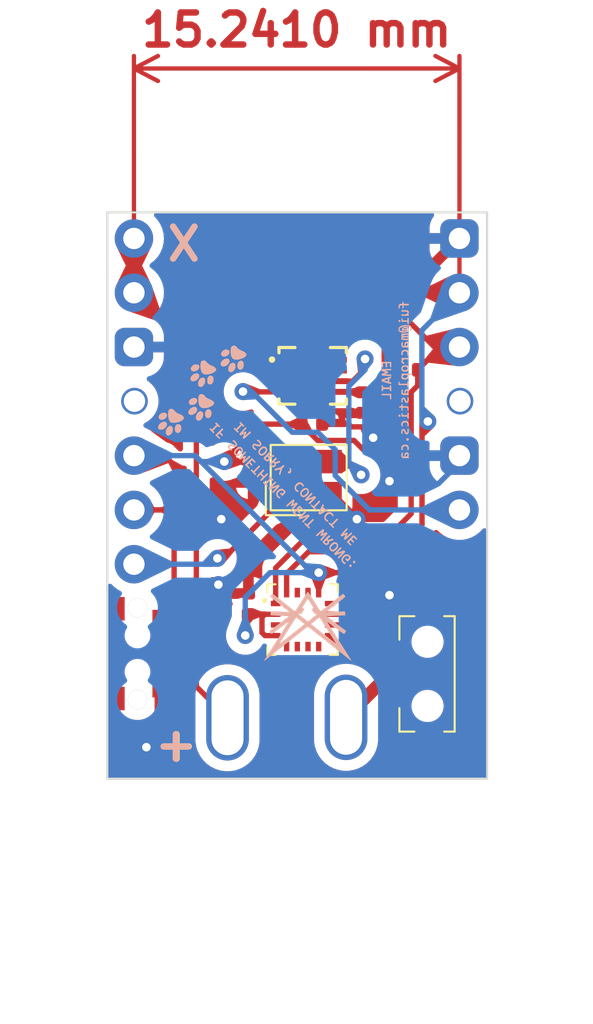
<source format=kicad_pcb>
(kicad_pcb (version 20240108) (generator "pcbnew") (generator_version "8.0")
  (layers (0 "F.Cu" signal) (31 "B.Cu" signal) (34 "B.Paste" user) (35 "F.Paste" user) (36 "B.SilkS" user "B.Silkscreen") (37 "F.SilkS" user "F.Silkscreen") (38 "B.Mask" user) (39 "F.Mask" user) (44 "Edge.Cuts" user))
  (net 0 "")
  (net 1 "SDA")
  (net 2 "SCL")
  (net 3 "Net-(TP1-Pad1)")
  (net 4 "INT1")
  (net 5 "GND")
  (net 6 "Net-(U1-P0.31-LF)")
  (net 15 "Net-(U3-CAP)")
  (net 18 "+3V3")
  (net 22 "Net-(U2-INT2{slash}FSYNC{slash}CLKIN)")
  (net 24 "OSC_EN")
  (net 25 "Net-(TP2-Pad1)")
  (footprint "justPads_custom:2_4-1.5_3.5_1" (layer "F.Cu") (at 140.5 96.16)
    (property "Reference" "TP1" (hide yes))
    (property "Value" "BCon" (hide yes))
    (pad "1" thru_hole oval (at 0 0) (size 2 4) (drill oval 1.5 3.5) (layers "*.Cu" "*.Mask") (net 3 "Net-(TP1-Pad1)"))
  )
  (footprint "buttons_custom:GT-TC020B-H035-L05" (layer "F.Cu") (at 136.6099 93.16 -90)
    (property "Reference" "S1" (hide yes))
    (property "Value" "GT-TC020B-H035-L05" (hide yes))
    (pad "" thru_hole circle (at -2.15 0.325 270) (size 0.9 0.9) (drill 0.9) (layers "*.Cu" "*.Mask"))
    (pad "" np_thru_hole circle (at -0.85 0.325 270) (size 0.7 0.7) (drill 0.7) (layers "F&B.Cu" "*.Mask"))
    (pad "" np_thru_hole circle (at 0.85 0.325 270) (size 0.7 0.7) (drill 0.7) (layers "F&B.Cu" "*.Mask"))
    (pad "" thru_hole circle (at 2.15 0.325 270) (size 0.9 0.9) (drill 0.9) (layers "*.Cu" "*.Mask"))
    (pad "1" smd rect (at -1.7 -0.975 270) (size 0.7 1.2) (layers "F.Cu" "F.Paste" "F.Mask") (net 6 "Net-(U1-P0.31-LF)"))
    (pad "2" smd rect (at 1.7 -0.975 270) (size 0.7 1.2) (layers "F.Cu" "F.Paste" "F.Mask") (net 5 "GND"))
    (pad "3" smd rect (at 0 -1.275 270) (size 1.5 1) (layers "F.Cu" "F.Paste" "F.Mask") (net 5 "GND"))
    (pad "4" smd rect (at -2.1 1.275 270) (size 1.1 0.7) (layers "F.Cu" "F.Paste" "F.Mask"))
    (pad "4" smd rect (at 2.1 1.275 270) (size 1.1 0.7) (layers "F.Cu" "F.Paste" "F.Mask"))
  )
  (footprint "justPads_custom:1-1.25" (layer "F.Cu") (at 136.143999 81.347382)
    (property "Reference" "REF**" (hide yes))
    (property "Value" "1-1.25" (hide yes))
    (pad "1" thru_hole circle (at 0 0) (size 1.25 1.25) (drill 1) (layers "*.Cu" "*.Mask"))
  )
  (footprint "Resistor_SMD:R_0402_1005Metric" (layer "F.Cu") (at 148.8948 79.883 180)
    (property "Reference" "R1" (hide yes))
    (property "Value" "10k" (hide yes))
    (pad "1" smd roundrect (at -0.51 0 180) (size 0.54 0.64) (layers "F.Cu" "F.Paste" "F.Mask") (net 2 "SCL"))
    (pad "2" smd roundrect (at 0.51 0 180) (size 0.54 0.64) (layers "F.Cu" "F.Paste" "F.Mask") (net 18 "+3V3"))
  )
  (footprint "Resistor_SMD:R_0402_1005Metric" (layer "F.Cu") (at 138.2776 85.1408 90)
    (property "Reference" "R5" (hide yes))
    (property "Value" "200k" (hide yes))
    (pad "1" smd roundrect (at -0.51 0 90) (size 0.54 0.64) (layers "F.Cu" "F.Paste" "F.Mask") (net 6 "Net-(U1-P0.31-LF)"))
    (pad "2" smd roundrect (at 0.51 0 90) (size 0.54 0.64) (layers "F.Cu" "F.Paste" "F.Mask") (net 18 "+3V3"))
  )
  (footprint "mcu_custom:SuperMini_nRF52840_AH_USBdn" (layer "F.Cu") (at 143.7386 90.2462)
    (property "Reference" "U1" (hide yes))
    (property "Value" "SuperMini nRF52840" (hide yes))
    (pad "1" thru_hole circle (at 7.62 -13.97) (size 1.8 1.8) (drill 1) (layers "*.Cu" "F.Mask") (net 1 "SDA"))
    (pad "2" thru_hole circle (at 7.62 -11.43) (size 1.8 1.8) (drill 1) (layers "*.Cu" "F.Mask") (net 2 "SCL"))
    (pad "4" thru_hole roundrect (at 7.62 -6.35) (size 1.8 1.8) (drill 1) (layers "*.Cu" "F.Mask") (net 5 "GND"))
    (pad "5" thru_hole circle (at 7.62 -3.81) (size 1.8 1.8) (drill 1) (layers "*.Cu" "F.Mask") (net 4 "INT1"))
    (pad "13" thru_hole circle (at -7.62 -13.97) (size 1.8 1.8) (drill 1) (layers "*.Cu" "F.Mask") (net 3 "Net-(TP1-Pad1)"))
    (pad "14" thru_hole roundrect (at -7.62 -11.43) (size 1.8 1.8) (drill 1) (layers "*.Cu" "F.Mask") (net 5 "GND"))
    (pad "16" thru_hole circle (at -7.62 -6.35) (size 1.8 1.8) (drill 1) (layers "*.Cu" "F.Mask") (net 18 "+3V3"))
    (pad "17" thru_hole circle (at -7.62 -3.81) (size 1.8 1.8) (drill 1) (layers "*.Cu" "F.Mask") (net 6 "Net-(U1-P0.31-LF)"))
    (pad "18" thru_hole circle (at -7.62 -1.27) (size 1.8 1.8) (drill 1) (layers "*.Cu" "F.Mask") (net 24 "OSC_EN"))
    (pad "28" thru_hole roundrect (at 7.62 -16.51) (size 1.8 1.8) (drill 1) (layers "*.Cu" "F.Mask") (net 5 "GND"))
    (pad "29" thru_hole circle (at -7.62 -16.51) (size 1.8 1.8) (drill 1) (layers "*.Cu" "F.Mask") (net 3 "Net-(TP1-Pad1)"))
    (zone (net 0) (net_name "") (layers "*.Cu") (name "ANT") (connect_pads (clearance 0)) (min_thickness 0.25)
      (keepout (tracks allowed) (vias allowed) (pads allowed) (copperpour not_allowed) (footprints allowed))
      (fill (thermal_gap 0.5) (thermal_bridge_width 0.5))
      (polygon (pts (xy 129.8486 100.4062) (xy 157.6286 100.4062) (xy 157.6286 110.4862) (xy 129.8486 110.4862)))
    )
  )
  (footprint "Capacitor_SMD:C_0402_1005Metric" (layer "F.Cu") (at 146.431 91.577903 -90)
    (property "Reference" "C5" (hide yes))
    (property "Value" "10uF" (hide yes))
    (pad "1" smd roundrect (at -0.48 0 270) (size 0.56 0.62) (layers "F.Cu" "F.Paste" "F.Mask") (net 5 "GND"))
    (pad "2" smd roundrect (at 0.48 0 270) (size 0.56 0.62) (layers "F.Cu" "F.Paste" "F.Mask") (net 15 "Net-(U3-CAP)"))
  )
  (footprint "Resistor_SMD:R_0402_1005Metric" (layer "F.Cu") (at 147.066 88.9 -90)
    (property "Reference" "R2" (hide yes))
    (property "Value" "10k" (hide yes))
    (pad "1" smd roundrect (at -0.51 0 270) (size 0.54 0.64) (layers "F.Cu" "F.Paste" "F.Mask") (net 1 "SDA"))
    (pad "2" smd roundrect (at 0.51 0 270) (size 0.54 0.64) (layers "F.Cu" "F.Paste" "F.Mask") (net 18 "+3V3"))
  )
  (footprint "buttons_custom:K3-1295S-E1" (layer "F.Cu") (at 149.247625 94.107 90)
    (property "Reference" "U4" (hide yes))
    (property "Value" "K3-1295S-E1" (hide yes))
    (pad "" np_thru_hole circle (at -1.4986 0.61722 90) (size 1.00076 1.00076) (drill 1.00076) (layers "F&B.Cu" "*.Mask"))
    (pad "" np_thru_hole circle (at 1.50114 0.61722 90) (size 1.00076 1.00076) (drill 1.00076) (layers "F&B.Cu" "*.Mask"))
    (pad "1" smd rect (at -1.00076 -0.69342 90) (size 0.59944 0.8001) (layers "F.Cu" "F.Paste" "F.Mask"))
    (pad "2" smd rect (at 0 -0.69342 90) (size 0.59944 0.8001) (layers "F.Cu" "F.Paste" "F.Mask") (net 25 "Net-(TP2-Pad1)"))
    (pad "3" smd rect (at 1.00076 -0.69342 90) (size 0.59944 0.8001) (layers "F.Cu" "F.Paste" "F.Mask") (net 5 "GND"))
    (pad "4" smd rect (at 3.05054 0.69342 90) (size 1.00076 0.70104) (layers "F.Cu" "F.Paste" "F.Mask") (net 5 "GND"))
    (pad "5" smd rect (at -3.05054 0.69342 90) (size 1.00076 0.70104) (layers "F.Cu" "F.Paste" "F.Mask") (net 5 "GND"))
  )
  (footprint "Capacitor_SMD:C_0402_1005Metric" (layer "F.Cu") (at 141.478 90.827903 -90)
    (property "Reference" "C2" (hide yes))
    (property "Value" "1uF" (hide yes))
    (pad "1" smd roundrect (at -0.48 0 270) (size 0.56 0.62) (layers "F.Cu" "F.Paste" "F.Mask") (net 5 "GND"))
    (pad "2" smd roundrect (at 0.48 0 270) (size 0.56 0.62) (layers "F.Cu" "F.Paste" "F.Mask") (net 18 "+3V3"))
  )
  (footprint "Capacitor_SMD:C_0402_1005Metric" (layer "F.Cu") (at 146.81074 81.4136 90)
    (property "Reference" "C4" (hide yes))
    (property "Value" "100nF" (hide yes))
    (pad "1" smd roundrect (at -0.48 0 90) (size 0.56 0.62) (layers "F.Cu" "F.Paste" "F.Mask") (net 5 "GND"))
    (pad "2" smd roundrect (at 0.48 0 90) (size 0.56 0.62) (layers "F.Cu" "F.Paste" "F.Mask") (net 18 "+3V3"))
  )
  (footprint "Capacitor_SMD:C_0402_1005Metric" (layer "F.Cu") (at 141.699012 84.669468 90)
    (property "Reference" "C8" (hide yes))
    (property "Value" "100nF" (hide yes))
    (pad "1" smd roundrect (at -0.48 0 90) (size 0.56 0.62) (layers "F.Cu" "F.Paste" "F.Mask") (net 5 "GND"))
    (pad "2" smd roundrect (at 0.48 0 90) (size 0.56 0.62) (layers "F.Cu" "F.Paste" "F.Mask") (net 18 "+3V3"))
  )
  (footprint "Capacitor_SMD:C_0402_1005Metric" (layer "F.Cu") (at 147.83574 81.4136 90)
    (property "Reference" "C7" (hide yes))
    (property "Value" "2.2uF" (hide yes))
    (pad "1" smd roundrect (at -0.48 0 90) (size 0.56 0.62) (layers "F.Cu" "F.Paste" "F.Mask") (net 5 "GND"))
    (pad "2" smd roundrect (at 0.48 0 90) (size 0.56 0.62) (layers "F.Cu" "F.Paste" "F.Mask") (net 18 "+3V3"))
  )
  (footprint "justPads_custom:1-1.25" (layer "F.Cu") (at 151.384 81.347382)
    (property "Reference" "REF**" (hide yes))
    (property "Value" "1-1.25" (hide yes))
    (pad "1" thru_hole circle (at 0 0) (size 1.25 1.25) (drill 1) (layers "*.Cu" "*.Mask"))
  )
  (footprint "imu_custom:ICM-42688-P" (layer "F.Cu") (at 144.487035 80.1636)
    (property "Reference" "U2" (hide yes))
    (property "Value" "ICM-42688-P" (hide yes))
    (pad "1" smd rect (at -1.26238 -0.7493) (size 0.67564 0.2794) (layers "F.Cu" "F.Paste" "F.Mask") (net 5 "GND"))
    (pad "2" smd rect (at -1.26238 -0.24892) (size 0.67564 0.2794) (layers "F.Cu" "F.Paste" "F.Mask"))
    (pad "3" smd rect (at -1.26238 0.24892) (size 0.67564 0.2794) (layers "F.Cu" "F.Paste" "F.Mask"))
    (pad "4" smd rect (at -1.26238 0.7493) (size 0.67564 0.2794) (layers "F.Cu" "F.Paste" "F.Mask") (net 4 "INT1"))
    (pad "5" smd rect (at -0.50038 1.01346) (size 0.2794 0.67564) (layers "F.Cu" "F.Paste" "F.Mask") (net 18 "+3V3"))
    (pad "6" smd rect (at 0 1.01346) (size 0.2794 0.67564) (layers "F.Cu" "F.Paste" "F.Mask") (net 5 "GND"))
    (pad "7" smd rect (at 0.50038 1.01346) (size 0.2794 0.67564) (layers "F.Cu" "F.Paste" "F.Mask") (net 5 "GND"))
    (pad "8" smd rect (at 1.26238 0.7493) (size 0.67564 0.2794) (layers "F.Cu" "F.Paste" "F.Mask") (net 18 "+3V3"))
    (pad "9" smd rect (at 1.26238 0.24892) (size 0.67564 0.2794) (layers "F.Cu" "F.Paste" "F.Mask") (net 22 "Net-(U2-INT2{slash}FSYNC{slash}CLKIN)"))
    (pad "10" smd rect (at 1.26238 -0.24892) (size 0.67564 0.2794) (layers "F.Cu" "F.Paste" "F.Mask"))
    (pad "11" smd rect (at 1.26238 -0.7493) (size 0.67564 0.2794) (layers "F.Cu" "F.Paste" "F.Mask"))
    (pad "12" smd rect (at 0.50038 -1.01346) (size 0.2794 0.67564) (layers "F.Cu" "F.Paste" "F.Mask") (net 18 "+3V3"))
    (pad "13" smd rect (at 0 -1.01346) (size 0.2794 0.67564) (layers "F.Cu" "F.Paste" "F.Mask") (net 2 "SCL"))
    (pad "14" smd rect (at -0.50038 -1.01346) (size 0.2794 0.67564) (layers "F.Cu" "F.Paste" "F.Mask") (net 1 "SDA"))
  )
  (footprint "Capacitor_SMD:C_0402_1005Metric" (layer "F.Cu") (at 144.45 82.423 180)
    (property "Reference" "C3" (hide yes))
    (property "Value" "10nF" (hide yes))
    (pad "1" smd roundrect (at -0.48 0 180) (size 0.56 0.62) (layers "F.Cu" "F.Paste" "F.Mask") (net 5 "GND"))
    (pad "2" smd roundrect (at 0.48 0 180) (size 0.56 0.62) (layers "F.Cu" "F.Paste" "F.Mask") (net 18 "+3V3"))
  )
  (footprint "justPads_custom:2_4-1.5_3.5_1" (layer "F.Cu") (at 146.05 96.139)
    (property "Reference" "TP2" (hide yes))
    (property "Value" "BCon" (hide yes))
    (pad "1" thru_hole oval (at 0 0) (size 2 4) (drill oval 1.5 3.5) (layers "*.Cu" "*.Mask") (net 25 "Net-(TP2-Pad1)"))
  )
  (footprint "oscillator_custom:OK252032.768KJBA4SL" (layer "F.Cu") (at 144.29996 84.9243)
    (property "Reference" "X1" (hide yes))
    (property "Value" "~" (hide yes))
    (pad "1" smd rect (at -0.94996 0.7493) (size 1.19888 1.09982) (layers "F.Cu" "F.Paste" "F.Mask") (net 24 "OSC_EN"))
    (pad "2" smd rect (at 0.94996 0.7493) (size 1.19888 1.09982) (layers "F.Cu" "F.Paste" "F.Mask") (net 5 "GND"))
    (pad "3" smd rect (at 0.94996 -0.7493) (size 1.19888 1.09982) (layers "F.Cu" "F.Paste" "F.Mask") (net 22 "Net-(U2-INT2{slash}FSYNC{slash}CLKIN)"))
    (pad "4" smd rect (at -0.94996 -0.7493) (size 1.19888 1.09982) (layers "F.Cu" "F.Paste" "F.Mask") (net 18 "+3V3"))
  )
  (footprint "mag_custom:MMC5983MA" (layer "F.Cu") (at 144.018 91.566503 -90)
    (property "Reference" "U3" (hide yes))
    (property "Value" "MMC5983MA" (hide yes))
    (pad "1" smd rect (at -0.75 1.263 270) (size 0.25 0.45) (layers "F.Cu" "F.Paste" "F.Mask") (net 2 "SCL"))
    (pad "2" smd rect (at -0.25 1.263 270) (size 0.25 0.45) (layers "F.Cu" "F.Paste" "F.Mask") (net 18 "+3V3"))
    (pad "3" smd rect (at 0.25 1.263 270) (size 0.25 0.45) (layers "F.Cu" "F.Paste" "F.Mask"))
    (pad "4" smd rect (at 0.75 1.263 270) (size 0.25 0.45) (layers "F.Cu" "F.Paste" "F.Mask") (net 18 "+3V3"))
    (pad "5" smd rect (at 1.263 0.75) (size 0.25 0.45) (layers "F.Cu" "F.Paste" "F.Mask"))
    (pad "6" smd rect (at 1.263 0.25) (size 0.25 0.45) (layers "F.Cu" "F.Paste" "F.Mask"))
    (pad "7" smd rect (at 1.263 -0.25) (size 0.25 0.45) (layers "F.Cu" "F.Paste" "F.Mask"))
    (pad "8" smd rect (at 1.263 -0.75) (size 0.25 0.45) (layers "F.Cu" "F.Paste" "F.Mask"))
    (pad "9" smd rect (at 0.75 -1.263 270) (size 0.25 0.45) (layers "F.Cu" "F.Paste" "F.Mask") (net 5 "GND"))
    (pad "10" smd rect (at 0.25 -1.263 270) (size 0.25 0.45) (layers "F.Cu" "F.Paste" "F.Mask") (net 15 "Net-(U3-CAP)"))
    (pad "11" smd rect (at -0.25 -1.263 270) (size 0.25 0.45) (layers "F.Cu" "F.Paste" "F.Mask") (net 5 "GND"))
    (pad "12" smd rect (at -0.75 -1.263 270) (size 0.25 0.45) (layers "F.Cu" "F.Paste" "F.Mask"))
    (pad "13" smd rect (at -1.263 -0.75) (size 0.25 0.45) (layers "F.Cu" "F.Paste" "F.Mask") (net 18 "+3V3"))
    (pad "14" smd rect (at -1.263 -0.25) (size 0.25 0.45) (layers "F.Cu" "F.Paste" "F.Mask"))
    (pad "15" smd rect (at -1.263 0.25) (size 0.25 0.45) (layers "F.Cu" "F.Paste" "F.Mask"))
    (pad "16" smd rect (at -1.263 0.75) (size 0.25 0.45) (layers "F.Cu" "F.Paste" "F.Mask") (net 1 "SDA"))
  )
  (footprint "LOGO" (layer "F.Cu") (at 143.788535 75.438 180)
    (property "Reference" "G***" (hide yes))
    (property "Value" "LOGO" (hide yes))
  )
  (footprint "LOGO" (layer "B.Cu") (at 143.742547 85.695701)
    (property "Reference" "G***" (hide yes))
    (property "Value" "LOGO" (hide yes))
  )
  (gr_rect (start 134.874 72.517) (end 152.654 99.0092) (stroke (width 0.1)) (fill none) (layer "Edge.Cuts"))
  (gr_text "+" (at 136.9568 98.2726 0) (layer "B.SilkS") (effects (font (size 1.5 1.5) (thickness 0.3) (bold yes)) (justify left bottom)))
  (gr_text "X" (at 137.541 74.8792 0) (layer "B.SilkS") (effects (font (size 1.5 1.5) (thickness 0.3) (bold yes)) (justify left bottom)))
  (gr_text "+" (at 136.9822 98.2726 0) (layer "F.SilkS") (effects (font (size 1.5 1.5) (thickness 0.3) (bold yes)) (justify left bottom)))
  (dimension (type aligned) (layer "F.Cu") (pts (xy 136.1186 76.2772) (xy 151.3596 76.2762)) (height -10.492486) (gr_text "15.2410 mm" (at 143.738294 63.984214 0.003759318905) (layer "F.Cu") (effects (font (size 1.5 1.5) (thickness 0.3)))) (format (prefix "") (suffix "") (units 3) (units_format 1) (precision 4)) (style (thickness 0.2) (arrow_length 1.27) (text_position_mode 0) (extension_height 0.58642) (extension_offset 0.5) keep_text_aligned))
  (segment (start 144.297158 88.392) (end 143.268 89.421158) (width 0.25) (layer "F.Cu") (net 1))
  (segment (start 143.986655 79.15014) (end 143.986655 78.393173) (width 0.25) (layer "F.Cu") (net 1))
  (segment (start 149.606 82.569077) (end 149.606 87.122) (width 0.25) (layer "F.Cu") (net 1))
  (segment (start 149.606 87.122) (end 148.336 88.392) (width 0.25) (layer "F.Cu") (net 1))
  (segment (start 149.879077 82.296) (end 149.606 82.569077) (width 0.25) (layer "F.Cu") (net 1))
  (segment (start 148.336 88.392) (end 144.297158 88.392) (width 0.25) (layer "F.Cu") (net 1))
  (segment (start 143.986655 78.393173) (end 146.103628 76.2762) (width 0.25) (layer "F.Cu") (net 1))
  (segment (start 143.268 89.421158) (end 143.268 90.303503) (width 0.25) (layer "F.Cu") (net 1))
  (segment (start 146.103628 76.2762) (end 151.3586 76.2762) (width 0.25) (layer "F.Cu") (net 1))
  (via (at 149.879077 82.296) (size 0.8) (drill 0.4) (layers "F.Cu" "B.Cu") (net 1))
  (segment (start 149.6 78.0348) (end 151.3586 76.2762) (width 0.25) (layer "B.Cu") (net 1))
  (segment (start 149.6 82.016923) (end 149.6 78.0348) (width 0.25) (layer "B.Cu") (net 1))
  (segment (start 149.879077 82.296) (end 149.6 82.016923) (width 0.25) (layer "B.Cu") (net 1))
  (segment (start 149.4048 80.6176) (end 149.098 80.9244) (width 0.25) (layer "F.Cu") (net 2))
  (segment (start 149.098 86.614) (end 148.082 87.63) (width 0.25) (layer "F.Cu") (net 2))
  (segment (start 149.098 80.9244) (end 149.098 86.614) (width 0.25) (layer "F.Cu") (net 2))
  (segment (start 144.272 87.63) (end 142.755 89.147) (width 0.25) (layer "F.Cu") (net 2))
  (segment (start 149.4048 79.883) (end 149.4048 80.6176) (width 0.25) (layer "F.Cu") (net 2))
  (segment (start 144.487035 78.555778) (end 146.082813 76.96) (width 0.25) (layer "F.Cu") (net 2))
  (segment (start 144.487035 79.15014) (end 144.487035 78.555778) (width 0.25) (layer "F.Cu") (net 2))
  (segment (start 146.082813 76.96) (end 148.334 76.96) (width 0.25) (layer "F.Cu") (net 2))
  (segment (start 151.3586 78.8162) (end 150.4716 78.8162) (width 0.25) (layer "F.Cu") (net 2))
  (segment (start 150.4716 78.8162) (end 149.4048 79.883) (width 0.25) (layer "F.Cu") (net 2))
  (segment (start 150.1902 78.8162) (end 151.3586 78.8162) (width 0.25) (layer "F.Cu") (net 2))
  (segment (start 142.755 89.147) (end 142.755 90.816503) (width 0.25) (layer "F.Cu") (net 2))
  (segment (start 148.334 76.96) (end 150.1902 78.8162) (width 0.25) (layer "F.Cu") (net 2))
  (segment (start 148.082 87.63) (end 144.272 87.63) (width 0.25) (layer "F.Cu") (net 2))
  (segment (start 139.0396 79.1972) (end 136.1186 76.2762) (width 0.25) (layer "F.Cu") (net 3))
  (segment (start 136.1186 73.7362) (end 136.1186 76.2762) (width 0.25) (layer "F.Cu") (net 3))
  (segment (start 139.0396 94.6996) (end 139.0396 79.1972) (width 0.25) (layer "F.Cu") (net 3))
  (segment (start 140.5 96.16) (end 139.0396 94.6996) (width 0.25) (layer "F.Cu") (net 3))
  (segment (start 151.3586 86.4362) (end 151.3586 85.979) (width 0.25) (layer "F.Cu") (net 4))
  (segment (start 141.2379 80.9129) (end 143.224655 80.9129) (width 0.25) (layer "F.Cu") (net 4))
  (segment (start 141.224 80.899) (end 141.2379 80.9129) (width 0.25) (layer "F.Cu") (net 4))
  (via (at 141.224 80.899) (size 0.8) (drill 0.4) (layers "F.Cu" "B.Cu") (net 4))
  (segment (start 144.7292 82.804) (end 145.542 83.6168) (width 0.25) (layer "B.Cu") (net 4))
  (segment (start 145.542 84.826695) (end 147.151505 86.4362) (width 0.25) (layer "B.Cu") (net 4))
  (segment (start 141.224 80.899) (end 141.6304 80.899) (width 0.25) (layer "B.Cu") (net 4))
  (segment (start 145.542 83.6168) (end 145.542 84.826695) (width 0.25) (layer "B.Cu") (net 4))
  (segment (start 143.5354 82.804) (end 144.7292 82.804) (width 0.25) (layer "B.Cu") (net 4))
  (segment (start 141.6304 80.899) (end 143.5354 82.804) (width 0.25) (layer "B.Cu") (net 4))
  (segment (start 147.151505 86.4362) (end 151.3586 86.4362) (width 0.25) (layer "B.Cu") (net 4))
  (segment (start 147.32 82.40286) (end 146.81074 81.8936) (width 0.25) (layer "F.Cu") (net 5))
  (segment (start 142.725 78.65) (end 142.5 78.65) (width 0.25) (layer "F.Cu") (net 5))
  (segment (start 146.431 91.097903) (end 146.2124 91.316503) (width 0.25) (layer "F.Cu") (net 5))
  (segment (start 145.281 92.316503) (end 145.281 92.379703) (width 0.25) (layer "F.Cu") (net 5))
  (segment (start 144.629975 81.32) (end 144.844475 81.32) (width 0.25) (layer "F.Cu") (net 5))
  (segment (start 137.5849 94.4115) (end 137.8849 94.1115) (width 1) (layer "F.Cu") (net 5))
  (segment (start 144.93 81.956163) (end 144.731233 81.757396) (width 0.25) (layer "F.Cu") (net 5))
  (segment (start 143.224655 79.149655) (end 142.725 78.65) (width 0.25) (layer "F.Cu") (net 5))
  (segment (start 147.32 83.058) (end 147.32 82.40286) (width 0.25) (layer "F.Cu") (net 5))
  (segment (start 137.8849 94.1115) (end 137.8849 93.16) (width 1) (layer "F.Cu") (net 5))
  (segment (start 147.32 82.40934) (end 147.83574 81.8936) (width 0.25) (layer "F.Cu") (net 5))
  (segment (start 147.32 83.058) (end 146.812 82.55) (width 0.25) (layer "F.Cu") (net 5))
  (segment (start 147.32 83.058) (end 147.32 82.40934) (width 0.25) (layer "F.Cu") (net 5))
  (segment (start 147.408097 91.097903) (end 146.431 91.097903) (width 0.25) (layer "F.Cu") (net 5))
  (segment (start 144.731233 81.433242) (end 144.987415 81.17706) (width 0.25) (layer "F.Cu") (net 5))
  (segment (start 144.487035 81.17706) (end 144.629975 81.32) (width 0.25) (layer "F.Cu") (net 5))
  (segment (start 145.281 92.379703) (end 145.8542 92.952903) (width 0.25) (layer "F.Cu") (net 5))
  (segment (start 146.2124 91.316503) (end 145.281 91.316503) (width 0.25) (layer "F.Cu") (net 5))
  (segment (start 146.177 82.423) (end 144.93 82.423) (width 0.25) (layer "F.Cu") (net 5))
  (segment (start 137.5849 94.86) (end 137.5849 94.4115) (width 1) (layer "F.Cu") (net 5))
  (segment (start 144.93 82.423) (end 144.93 81.956163) (width 0.25) (layer "F.Cu") (net 5))
  (segment (start 146.304 82.55) (end 146.177 82.423) (width 0.25) (layer "F.Cu") (net 5))
  (segment (start 148.554205 93.10624) (end 148.47824 93.10624) (width 0.25) (layer "F.Cu") (net 5))
  (segment (start 148.554205 93.10624) (end 147.701 92.253035) (width 0.6) (layer "F.Cu") (net 5))
  (segment (start 151.3586 73.7362) (end 151.3586 73.737087) (width 0.25) (layer "F.Cu") (net 5))
  (segment (start 146.812 82.55) (end 146.304 82.55) (width 0.25) (layer "F.Cu") (net 5))
  (segment (start 148.082 90.424) (end 147.408097 91.097903) (width 0.25) (layer "F.Cu") (net 5))
  (segment (start 144.844475 81.32) (end 144.987415 81.17706) (width 0.25) (layer "F.Cu") (net 5))
  (segment (start 137.5849 94.86) (end 137.5849 95.8339) (width 1) (layer "F.Cu") (net 5))
  (segment (start 143.224655 79.4143) (end 143.224655 79.149655) (width 0.25) (layer "F.Cu") (net 5))
  (segment (start 151.3586 73.737087) (end 150.139843 74.955843) (width 0.5) (layer "F.Cu") (net 5))
  (segment (start 144.731233 81.757396) (end 144.731233 81.433242) (width 0.25) (layer "F.Cu") (net 5))
  (via (at 136.7028 97.536) (size 0.8) (drill 0.4) (layers "F.Cu" "B.Cu") (net 5))
  (via (at 148.082 85.09) (size 0.8) (drill 0.4) (layers "F.Cu" "B.Cu") (net 5))
  (via (at 140.208 86.868) (size 0.8) (drill 0.4) (layers "F.Cu" "B.Cu") (net 5))
  (via (at 146.558 86.868) (size 0.8) (drill 0.4) (layers "F.Cu" "B.Cu") (net 5))
  (via (at 140.073331 89.92953) (size 0.8) (drill 0.4) (layers "F.Cu" "B.Cu") (net 5))
  (via (at 148.082 90.424) (size 0.8) (drill 0.4) (layers "F.Cu" "B.Cu") (net 5))
  (via (at 147.32 83.058) (size 0.8) (drill 0.4) (layers "F.Cu" "B.Cu") (net 5))
  (segment (start 151.3586 84.2264) (end 150.368 85.217) (width 0.25) (layer "B.Cu") (net 5))
  (segment (start 151.3586 83.8962) (end 151.3586 84.2264) (width 0.25) (layer "B.Cu") (net 5))
  (segment (start 138 86.946) (end 137.4902 86.4362) (width 0.25) (layer "F.Cu") (net 6))
  (segment (start 137.4902 86.4362) (end 136.1186 86.4362) (width 0.25) (layer "F.Cu") (net 6))
  (segment (start 136.1186 86.4362) (end 137.4922 86.4362) (width 0.25) (layer "F.Cu") (net 6))
  (segment (start 138 91.0449) (end 138 86.946) (width 0.25) (layer "F.Cu") (net 6))
  (segment (start 137.5849 91.46) (end 138 91.0449) (width 0.25) (layer "F.Cu") (net 6))
  (segment (start 137.4922 86.4362) (end 138.2776 85.6508) (width 0.25) (layer "F.Cu") (net 6))
  (segment (start 146.1896 91.816503) (end 146.431 92.057903) (width 0.25) (layer "F.Cu") (net 15))
  (segment (start 145.281 91.816503) (end 146.1896 91.816503) (width 0.25) (layer "F.Cu") (net 15))
  (segment (start 142.755 92.316503) (end 142.255 92.316503) (width 0.25) (layer "F.Cu") (net 18))
  (segment (start 141.478 91.307903) (end 142.2464 91.307903) (width 0.25) (layer "F.Cu") (net 18))
  (segment (start 143.986655 81.17706) (end 143.986655 82.406345) (width 0.25) (layer "F.Cu") (net 18))
  (segment (start 147.025606 89.369606) (end 147.066 89.41) (width 0.25) (layer "F.Cu") (net 18))
  (segment (start 141.330728 91.455175) (end 141.478 91.307903) (width 0.25) (layer "F.Cu") (net 18))
  (segment (start 147.81504 80.9129) (end 147.83574 80.9336) (width 0.25) (layer "F.Cu") (net 18))
  (segment (start 144.987415 78.588556) (end 145.597971 77.978) (width 0.25) (layer "F.Cu") (net 18))
  (segment (start 141.7584 91.287103) (end 141.7792 91.307903) (width 0.25) (layer "F.Cu") (net 18))
  (segment (start 144.768 89.369606) (end 144.768 90.303503) (width 0.25) (layer "F.Cu") (net 18))
  (segment (start 146.79004 80.9129) (end 146.81074 80.9336) (width 0.25) (layer "F.Cu") (net 18))
  (segment (start 144.72051 83.185) (end 146.421695 83.185) (width 0.25) (layer "F.Cu") (net 18))
  (segment (start 143.986655 82.406345) (end 143.97 82.423) (width 0.25) (layer "F.Cu") (net 18))
  (segment (start 142.113497 92.175) (end 142.113497 91.458006) (width 0.25) (layer "F.Cu") (net 18))
  (segment (start 143.7856 82.423) (end 143.97 82.2386) (width 0.25) (layer "F.Cu") (net 18))
  (segment (start 148.59 81.377861) (end 148.145739 80.9336) (width 0.25) (layer "F.Cu") (net 18))
  (segment (start 145.597971 77.978) (end 147.066 77.978) (width 0.25) (layer "F.Cu") (net 18))
  (segment (start 142.255 92.316503) (end 142.113497 92.175) (width 0.25) (layer "F.Cu") (net 18))
  (segment (start 147.019695 83.783) (end 147.865 83.783) (width 0.25) (layer "F.Cu") (net 18))
  (segment (start 136.1186 83.8962) (end 137.543 83.8962) (width 0.25) (layer "F.Cu") (net 18))
  (segment (start 137.543 83.8962) (end 138.2776 84.6308) (width 0.25) (layer "F.Cu") (net 18))
  (segment (start 146.421695 83.185) (end 147.019695 83.783) (width 0.25) (layer "F.Cu") (net 18))
  (segment (start 141.70426 84.175) (end 141.69066 84.1886) (width 0.25) (layer "F.Cu") (net 18))
  (segment (start 148.59 83.058) (end 148.59 81.377861) (width 0.25) (layer "F.Cu") (net 18))
  (segment (start 142.2464 91.307903) (end 142.255 91.316503) (width 0.25) (layer "F.Cu") (net 18))
  (segment (start 143.97 82.2386) (end 143.97 82.43449) (width 0.25) (layer "F.Cu") (net 18))
  (segment (start 143.95574 82.40874) (end 143.95574 82.2386) (width 0.25) (layer "F.Cu") (net 18))
  (segment (start 148.3848 79.883) (end 147.83574 79.883) (width 0.25) (layer "F.Cu") (net 18))
  (segment (start 144.768 89.369606) (end 147.025606 89.369606) (width 0.25) (layer "F.Cu") (net 18))
  (segment (start 148.145739 80.9336) (end 147.83574 80.9336) (width 0.25) (layer "F.Cu") (net 18))
  (segment (start 140.364238 84.189468) (end 141.699012 84.189468) (width 0.25) (layer "F.Cu") (net 18))
  (segment (start 145.749415 80.9129) (end 146.79004 80.9129) (width 0.25) (layer "F.Cu") (net 18))
  (segment (start 141.699012 84.189468) (end 143.335532 84.189468) (width 0.25) (layer "F.Cu") (net 18))
  (segment (start 143.97 82.423) (end 143.95574 82.40874) (width 0.25) (layer "F.Cu") (net 18))
  (segment (start 147.83574 79.883) (end 147.83574 80.9336) (width 0.25) (layer "F.Cu") (net 18))
  (segment (start 140.349545 84.174775) (end 140.364238 84.189468) (width 0.25) (layer "F.Cu") (net 18))
  (segment (start 143.9614 82.23) (end 143.97 82.2386) (width 0.25) (layer "F.Cu") (net 18))
  (segment (start 142.113497 91.458006) (end 142.255 91.316503) (width 0.25) (layer "F.Cu") (net 18))
  (segment (start 144.987415 79.15014) (end 144.987415 78.588556) (width 0.25) (layer "F.Cu") (net 18))
  (segment (start 147.865 83.783) (end 148.59 83.058) (width 0.25) (layer "F.Cu") (net 18))
  (segment (start 147.83574 78.74774) (end 147.83574 79.883) (width 0.25) (layer "F.Cu") (net 18))
  (segment (start 143.97 82.43449) (end 144.72051 83.185) (width 0.25) (layer "F.Cu") (net 18))
  (segment (start 141.330728 92.31034) (end 141.330728 91.455175) (width 0.25) (layer "F.Cu") (net 18))
  (segment (start 146.81074 80.9336) (end 147.83574 80.9336) (width 0.25) (layer "F.Cu") (net 18))
  (segment (start 142.10132 82.423) (end 143.7856 82.423) (width 0.25) (layer "F.Cu") (net 18))
  (segment (start 140.349545 84.174775) (end 142.10132 82.423) (width 0.25) (layer "F.Cu") (net 18))
  (segment (start 142.255 91.316503) (end 142.755 91.316503) (width 0.25) (layer "F.Cu") (net 18))
  (segment (start 147.066 77.978) (end 147.83574 78.74774) (width 0.25) (layer "F.Cu") (net 18))
  (segment (start 141.7878 91.316503) (end 141.7792 91.307903) (width 0.25) (layer "F.Cu") (net 18))
  (segment (start 143.335532 84.189468) (end 143.35 84.175) (width 0.25) (layer "F.Cu") (net 18))
  (via (at 144.768 89.369606) (size 0.8) (drill 0.4) (layers "F.Cu" "B.Cu") (net 18))
  (via (at 141.330728 92.31034) (size 0.8) (drill 0.4) (layers "F.Cu" "B.Cu") (net 18))
  (via (at 140.349545 84.174775) (size 0.8) (drill 0.4) (layers "F.Cu" "B.Cu") (net 18))
  (segment (start 138.9818 83.8962) (end 136.1186 83.8962) (width 0.25) (layer "B.Cu") (net 18))
  (segment (start 144.768 89.369606) (end 144.455206 89.369606) (width 0.25) (layer "B.Cu") (net 18))
  (segment (start 142.488672 89.369606) (end 144.768 89.369606) (width 0.25) (layer "B.Cu") (net 18))
  (segment (start 141.330728 92.31034) (end 141.330728 90.52755) (width 0.25) (layer "B.Cu") (net 18))
  (segment (start 144.455206 89.369606) (end 138.9818 83.8962) (width 0.25) (layer "B.Cu") (net 18))
  (segment (start 140.349545 84.174775) (end 139.260375 84.174775) (width 0.25) (layer "B.Cu") (net 18))
  (segment (start 139.260375 84.174775) (end 138.9818 83.8962) (width 0.25) (layer "B.Cu") (net 18))
  (segment (start 141.330728 90.52755) (end 142.488672 89.369606) (width 0.25) (layer "B.Cu") (net 18))
  (segment (start 146.755 84.795) (end 146.135 84.175) (width 0.25) (layer "F.Cu") (net 22))
  (segment (start 146.135 84.175) (end 145.24992 84.175) (width 0.25) (layer "F.Cu") (net 22))
  (segment (start 146.939 79.83385) (end 146.36033 80.41252) (width 0.25) (layer "F.Cu") (net 22))
  (segment (start 146.939 79.375) (end 146.939 79.83385) (width 0.25) (layer "F.Cu") (net 22))
  (segment (start 146.36033 80.41252) (end 145.749415 80.41252) (width 0.25) (layer "F.Cu") (net 22))
  (via (at 146.755 84.795) (size 0.8) (drill 0.4) (layers "F.Cu" "B.Cu") (net 22))
  (via (at 146.939 79.375) (size 0.8) (drill 0.4) (layers "F.Cu" "B.Cu") (net 22))
  (segment (start 146.939 79.375) (end 146.939 79.883) (width 0.25) (layer "B.Cu") (net 22))
  (segment (start 146.18 84.22) (end 146.755 84.795) (width 0.25) (layer "B.Cu") (net 22))
  (segment (start 146.18 80.642) (end 146.18 84.22) (width 0.25) (layer "B.Cu") (net 22))
  (segment (start 146.939 79.883) (end 146.18 80.642) (width 0.25) (layer "B.Cu") (net 22))
  (segment (start 140.027057 88.699896) (end 140.320104 88.699896) (width 0.25) (layer "F.Cu") (net 24))
  (segment (start 140.320104 88.699896) (end 143.3464 85.6736) (width 0.25) (layer "F.Cu") (net 24))
  (segment (start 143.3464 85.6736) (end 143.35 85.6736) (width 0.25) (layer "F.Cu") (net 24))
  (via (at 140.027057 88.699896) (size 0.8) (drill 0.4) (layers "F.Cu" "B.Cu") (net 24))
  (segment (start 140.027057 88.699896) (end 139.750753 88.9762) (width 0.25) (layer "B.Cu") (net 24))
  (segment (start 139.750753 88.9762) (end 136.1186 88.9762) (width 0.25) (layer "B.Cu") (net 24))
  (segment (start 146.05 96.139) (end 148.082 94.107) (width 0.6) (layer "F.Cu") (net 25))
  (segment (start 148.082 94.107) (end 148.554205 94.107) (width 0.6) (layer "F.Cu") (net 25))
  (zone (net 0) (net_name "") (layer "F.Cu") (connect_pads (clearance 0)) (min_thickness 0.25)
    (keepout (tracks allowed) (vias allowed) (pads allowed) (copperpour not_allowed) (footprints allowed))
    (fill (thermal_gap 0.5) (thermal_bridge_width 0.5))
    (polygon (pts (xy 146.252 78.648) (xy 146.252 81.677) (xy 142.723 81.677) (xy 142.723 78.648)))
  )
  (zone (net 5) (net_name "GND") (layers "F&B.Cu") (connect_pads (clearance 0.5)) (min_thickness 0.25) (fill yes (thermal_gap 0.5) (thermal_bridge_width 0.5))
    (polygon (pts (xy 134.874 72.517) (xy 152.654 72.517) (xy 152.65 99.027) (xy 134.85 98.977)))
  )
  (zone (net 0) (net_name "") (layers "F&B.Cu") (connect_pads (clearance 0)) (min_thickness 0.25)
    (keepout (tracks allowed) (vias allowed) (pads allowed) (copperpour not_allowed) (footprints allowed))
    (fill (thermal_gap 0.5) (thermal_bridge_width 0.5))
    (polygon (pts (xy 145.7042 89.902903) (xy 145.7042 93.227903) (xy 142.3542 93.227903) (xy 142.3292 89.902903)))
  )
)
</source>
